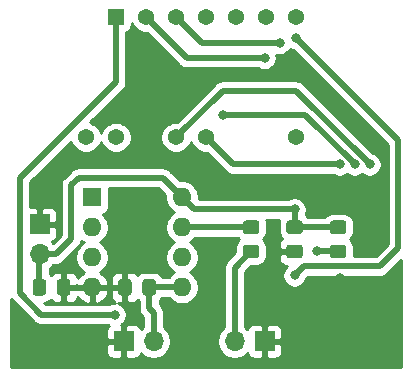
<source format=gbr>
%TF.GenerationSoftware,KiCad,Pcbnew,(5.1.6)-1*%
%TF.CreationDate,2021-07-08T13:54:37-04:00*%
%TF.ProjectId,Turbo-Display-V3-Simple,54757262-6f2d-4446-9973-706c61792d56,rev?*%
%TF.SameCoordinates,Original*%
%TF.FileFunction,Copper,L2,Bot*%
%TF.FilePolarity,Positive*%
%FSLAX46Y46*%
G04 Gerber Fmt 4.6, Leading zero omitted, Abs format (unit mm)*
G04 Created by KiCad (PCBNEW (5.1.6)-1) date 2021-07-08 13:54:37*
%MOMM*%
%LPD*%
G01*
G04 APERTURE LIST*
%TA.AperFunction,ComponentPad*%
%ADD10R,1.365000X1.365000*%
%TD*%
%TA.AperFunction,ComponentPad*%
%ADD11C,1.365000*%
%TD*%
%TA.AperFunction,ComponentPad*%
%ADD12R,1.700000X1.700000*%
%TD*%
%TA.AperFunction,ComponentPad*%
%ADD13O,1.700000X1.700000*%
%TD*%
%TA.AperFunction,ComponentPad*%
%ADD14R,1.600000X1.600000*%
%TD*%
%TA.AperFunction,ComponentPad*%
%ADD15O,1.600000X1.600000*%
%TD*%
%TA.AperFunction,ViaPad*%
%ADD16C,0.800000*%
%TD*%
%TA.AperFunction,Conductor*%
%ADD17C,0.500000*%
%TD*%
%TA.AperFunction,Conductor*%
%ADD18C,0.254000*%
%TD*%
G04 APERTURE END LIST*
%TO.P,C1,1*%
%TO.N,+5V*%
%TA.AperFunction,SMDPad,CuDef*%
G36*
G01*
X122479000Y-101415001D02*
X122479000Y-100514999D01*
G75*
G02*
X122728999Y-100265000I249999J0D01*
G01*
X123379001Y-100265000D01*
G75*
G02*
X123629000Y-100514999I0J-249999D01*
G01*
X123629000Y-101415001D01*
G75*
G02*
X123379001Y-101665000I-249999J0D01*
G01*
X122728999Y-101665000D01*
G75*
G02*
X122479000Y-101415001I0J249999D01*
G01*
G37*
%TD.AperFunction*%
%TO.P,C1,2*%
%TO.N,GND*%
%TA.AperFunction,SMDPad,CuDef*%
G36*
G01*
X124529000Y-101415001D02*
X124529000Y-100514999D01*
G75*
G02*
X124778999Y-100265000I249999J0D01*
G01*
X125429001Y-100265000D01*
G75*
G02*
X125679000Y-100514999I0J-249999D01*
G01*
X125679000Y-101415001D01*
G75*
G02*
X125429001Y-101665000I-249999J0D01*
G01*
X124778999Y-101665000D01*
G75*
G02*
X124529000Y-101415001I0J249999D01*
G01*
G37*
%TD.AperFunction*%
%TD*%
%TO.P,C2,2*%
%TO.N,GND*%
%TA.AperFunction,SMDPad,CuDef*%
G36*
G01*
X144202999Y-97351000D02*
X145103001Y-97351000D01*
G75*
G02*
X145353000Y-97600999I0J-249999D01*
G01*
X145353000Y-98251001D01*
G75*
G02*
X145103001Y-98501000I-249999J0D01*
G01*
X144202999Y-98501000D01*
G75*
G02*
X143953000Y-98251001I0J249999D01*
G01*
X143953000Y-97600999D01*
G75*
G02*
X144202999Y-97351000I249999J0D01*
G01*
G37*
%TD.AperFunction*%
%TO.P,C2,1*%
%TO.N,+5V*%
%TA.AperFunction,SMDPad,CuDef*%
G36*
G01*
X144202999Y-95301000D02*
X145103001Y-95301000D01*
G75*
G02*
X145353000Y-95550999I0J-249999D01*
G01*
X145353000Y-96201001D01*
G75*
G02*
X145103001Y-96451000I-249999J0D01*
G01*
X144202999Y-96451000D01*
G75*
G02*
X143953000Y-96201001I0J249999D01*
G01*
X143953000Y-95550999D01*
G75*
G02*
X144202999Y-95301000I249999J0D01*
G01*
G37*
%TD.AperFunction*%
%TD*%
D10*
%TO.P,DS1,1*%
%TO.N,/DIG1*%
X129540000Y-78105000D03*
D11*
%TO.P,DS1,2*%
%TO.N,/SEGE*%
X132080000Y-78105000D03*
%TO.P,DS1,3*%
%TO.N,/SEGC*%
X134620000Y-78105000D03*
%TO.P,DS1,4*%
%TO.N,/SEGD*%
X137160000Y-78105000D03*
%TO.P,DS1,5*%
%TO.N,/DIG2*%
X139700000Y-78105000D03*
%TO.P,DS1,6*%
%TO.N,/SEGDP*%
X142240000Y-78105000D03*
%TO.P,DS1,7*%
%TO.N,/DIG3*%
X144780000Y-78105000D03*
%TO.P,DS1,8*%
%TO.N,/SEGG*%
X144780000Y-88265000D03*
%TO.P,DS1,11*%
%TO.N,/SEGB*%
X137160000Y-88265000D03*
%TO.P,DS1,12*%
%TO.N,/SEGA*%
X134620000Y-88265000D03*
%TO.P,DS1,14*%
%TO.N,Net-(DS1-Pad14)*%
X129540000Y-88265000D03*
%TO.P,DS1,15*%
%TO.N,/SEGF*%
X127000000Y-88265000D03*
%TD*%
D12*
%TO.P,5V,1*%
%TO.N,GND*%
X123063000Y-95631000D03*
D13*
%TO.P,5V,2*%
%TO.N,+5V*%
X123063000Y-98171000D03*
%TD*%
D12*
%TO.P,IN,1*%
%TO.N,GND*%
X130175000Y-105537000D03*
D13*
%TO.P,IN,2*%
%TO.N,/TLED_IN*%
X132715000Y-105537000D03*
%TD*%
%TO.P,OUT,2*%
%TO.N,Net-(J3-Pad2)*%
X139573000Y-105537000D03*
D12*
%TO.P,OUT,1*%
%TO.N,GND*%
X142113000Y-105537000D03*
%TD*%
%TO.P,R1,1*%
%TO.N,+5V*%
%TA.AperFunction,SMDPad,CuDef*%
G36*
G01*
X147885999Y-95301000D02*
X148786001Y-95301000D01*
G75*
G02*
X149036000Y-95550999I0J-249999D01*
G01*
X149036000Y-96201001D01*
G75*
G02*
X148786001Y-96451000I-249999J0D01*
G01*
X147885999Y-96451000D01*
G75*
G02*
X147636000Y-96201001I0J249999D01*
G01*
X147636000Y-95550999D01*
G75*
G02*
X147885999Y-95301000I249999J0D01*
G01*
G37*
%TD.AperFunction*%
%TO.P,R1,2*%
%TO.N,Net-(IC1-Pad18)*%
%TA.AperFunction,SMDPad,CuDef*%
G36*
G01*
X147885999Y-97351000D02*
X148786001Y-97351000D01*
G75*
G02*
X149036000Y-97600999I0J-249999D01*
G01*
X149036000Y-98251001D01*
G75*
G02*
X148786001Y-98501000I-249999J0D01*
G01*
X147885999Y-98501000D01*
G75*
G02*
X147636000Y-98251001I0J249999D01*
G01*
X147636000Y-97600999D01*
G75*
G02*
X147885999Y-97351000I249999J0D01*
G01*
G37*
%TD.AperFunction*%
%TD*%
%TO.P,R2,2*%
%TO.N,GND*%
%TA.AperFunction,SMDPad,CuDef*%
G36*
G01*
X130868000Y-100514999D02*
X130868000Y-101415001D01*
G75*
G02*
X130618001Y-101665000I-249999J0D01*
G01*
X129967999Y-101665000D01*
G75*
G02*
X129718000Y-101415001I0J249999D01*
G01*
X129718000Y-100514999D01*
G75*
G02*
X129967999Y-100265000I249999J0D01*
G01*
X130618001Y-100265000D01*
G75*
G02*
X130868000Y-100514999I0J-249999D01*
G01*
G37*
%TD.AperFunction*%
%TO.P,R2,1*%
%TO.N,/TLED_IN*%
%TA.AperFunction,SMDPad,CuDef*%
G36*
G01*
X132918000Y-100514999D02*
X132918000Y-101415001D01*
G75*
G02*
X132668001Y-101665000I-249999J0D01*
G01*
X132017999Y-101665000D01*
G75*
G02*
X131768000Y-101415001I0J249999D01*
G01*
X131768000Y-100514999D01*
G75*
G02*
X132017999Y-100265000I249999J0D01*
G01*
X132668001Y-100265000D01*
G75*
G02*
X132918000Y-100514999I0J-249999D01*
G01*
G37*
%TD.AperFunction*%
%TD*%
%TO.P,R3,1*%
%TO.N,Net-(J3-Pad2)*%
%TA.AperFunction,SMDPad,CuDef*%
G36*
G01*
X141420001Y-98501000D02*
X140519999Y-98501000D01*
G75*
G02*
X140270000Y-98251001I0J249999D01*
G01*
X140270000Y-97600999D01*
G75*
G02*
X140519999Y-97351000I249999J0D01*
G01*
X141420001Y-97351000D01*
G75*
G02*
X141670000Y-97600999I0J-249999D01*
G01*
X141670000Y-98251001D01*
G75*
G02*
X141420001Y-98501000I-249999J0D01*
G01*
G37*
%TD.AperFunction*%
%TO.P,R3,2*%
%TO.N,/TLED_OUT*%
%TA.AperFunction,SMDPad,CuDef*%
G36*
G01*
X141420001Y-96451000D02*
X140519999Y-96451000D01*
G75*
G02*
X140270000Y-96201001I0J249999D01*
G01*
X140270000Y-95550999D01*
G75*
G02*
X140519999Y-95301000I249999J0D01*
G01*
X141420001Y-95301000D01*
G75*
G02*
X141670000Y-95550999I0J-249999D01*
G01*
X141670000Y-96201001D01*
G75*
G02*
X141420001Y-96451000I-249999J0D01*
G01*
G37*
%TD.AperFunction*%
%TD*%
D14*
%TO.P,U1,1*%
%TO.N,Net-(U1-Pad1)*%
X127508000Y-93345000D03*
D15*
%TO.P,U1,5*%
%TO.N,/TLED_IN*%
X135128000Y-100965000D03*
%TO.P,U1,2*%
%TO.N,/LOAD*%
X127508000Y-95885000D03*
%TO.P,U1,6*%
%TO.N,/DATA*%
X135128000Y-98425000D03*
%TO.P,U1,3*%
%TO.N,/CLOCK*%
X127508000Y-98425000D03*
%TO.P,U1,7*%
%TO.N,/TLED_OUT*%
X135128000Y-95885000D03*
%TO.P,U1,4*%
%TO.N,GND*%
X127508000Y-100965000D03*
%TO.P,U1,8*%
%TO.N,+5V*%
X135128000Y-93345000D03*
%TD*%
D16*
%TO.N,+5V*%
X144653000Y-94361000D03*
%TO.N,GND*%
X130302000Y-99314000D03*
X125095000Y-99314000D03*
X142113000Y-99949000D03*
X148463000Y-100203000D03*
%TO.N,/DIG1*%
X129413002Y-103289990D03*
%TO.N,/SEGE*%
X142113000Y-81534000D03*
%TO.N,/SEGC*%
X143383006Y-80264000D03*
%TO.N,/DIG3*%
X144780000Y-79883000D03*
X144653000Y-99949000D03*
%TO.N,/SEGB*%
X148463000Y-90551000D03*
%TO.N,/SEGA*%
X151003000Y-90551000D03*
%TO.N,/SEGF*%
X149733000Y-90551000D03*
X138557000Y-86360000D03*
%TO.N,Net-(IC1-Pad18)*%
X146558000Y-97917000D03*
%TD*%
D17*
%TO.N,+5V*%
X123054000Y-98180000D02*
X123063000Y-98171000D01*
X123054000Y-100965000D02*
X123054000Y-98180000D01*
X144653000Y-95876000D02*
X148336000Y-95876000D01*
X144653000Y-95876000D02*
X144653000Y-94361000D01*
X136144000Y-94361000D02*
X135128000Y-93345000D01*
X144653000Y-94361000D02*
X136144000Y-94361000D01*
X124460000Y-98171000D02*
X125730000Y-96901000D01*
X133477000Y-91694000D02*
X135128000Y-93345000D01*
X123063000Y-98171000D02*
X124460000Y-98171000D01*
X125730000Y-96901000D02*
X125730000Y-92329000D01*
X126365000Y-91694000D02*
X133477000Y-91694000D01*
X125730000Y-92329000D02*
X126365000Y-91694000D01*
%TO.N,/DIG1*%
X121412000Y-91694000D02*
X121412000Y-101473000D01*
X121412000Y-101473000D02*
X123228990Y-103289990D01*
X129540000Y-78105000D02*
X129540000Y-83566000D01*
X123228990Y-103289990D02*
X129413002Y-103289990D01*
X129540000Y-83566000D02*
X121412000Y-91694000D01*
%TO.N,/SEGE*%
X135509000Y-81534000D02*
X142113000Y-81534000D01*
X132080000Y-78105000D02*
X135509000Y-81534000D01*
%TO.N,/SEGC*%
X134620000Y-78105000D02*
X136779000Y-80264000D01*
X136779000Y-80264000D02*
X143383006Y-80264000D01*
%TO.N,/DIG3*%
X144653000Y-99949000D02*
X144653000Y-99949000D01*
X151892000Y-99187000D02*
X145415000Y-99187000D01*
X153416000Y-97663000D02*
X151892000Y-99187000D01*
X145415000Y-99187000D02*
X144653000Y-99949000D01*
X144780000Y-79883000D02*
X153416000Y-88519000D01*
X153416000Y-88519000D02*
X153416000Y-97663000D01*
%TO.N,/SEGB*%
X139446000Y-90551000D02*
X137160000Y-88265000D01*
X148463000Y-90551000D02*
X139446000Y-90551000D01*
%TO.N,/SEGA*%
X151003000Y-90551000D02*
X144780000Y-84328000D01*
X138557000Y-84328000D02*
X134620000Y-88265000D01*
X144780000Y-84328000D02*
X138557000Y-84328000D01*
%TO.N,/SEGF*%
X149733000Y-90551000D02*
X145542000Y-86360000D01*
X145542000Y-86360000D02*
X144653000Y-86360000D01*
X144653000Y-86360000D02*
X144653000Y-86360000D01*
X144653000Y-86360000D02*
X138557000Y-86360000D01*
X138557000Y-86360000D02*
X138557000Y-86360000D01*
%TO.N,Net-(IC1-Pad18)*%
X146567000Y-97926000D02*
X146558000Y-97917000D01*
X148336000Y-97926000D02*
X146567000Y-97926000D01*
%TO.N,/TLED_IN*%
X132343000Y-100965000D02*
X132343000Y-102752000D01*
X132715000Y-103124000D02*
X132715000Y-105537000D01*
X132343000Y-102752000D02*
X132715000Y-103124000D01*
X132343000Y-100965000D02*
X135128000Y-100965000D01*
%TO.N,Net-(J3-Pad2)*%
X139573000Y-99323000D02*
X140970000Y-97926000D01*
X139573000Y-105537000D02*
X139573000Y-99323000D01*
%TO.N,/TLED_OUT*%
X135137000Y-95876000D02*
X135128000Y-95885000D01*
X140970000Y-95876000D02*
X135137000Y-95876000D01*
%TD*%
D18*
%TO.N,GND*%
G36*
X133699983Y-93168561D02*
G01*
X133693000Y-93203665D01*
X133693000Y-93486335D01*
X133748147Y-93763574D01*
X133856320Y-94024727D01*
X134013363Y-94259759D01*
X134213241Y-94459637D01*
X134445759Y-94615000D01*
X134213241Y-94770363D01*
X134013363Y-94970241D01*
X133856320Y-95205273D01*
X133748147Y-95466426D01*
X133693000Y-95743665D01*
X133693000Y-96026335D01*
X133748147Y-96303574D01*
X133856320Y-96564727D01*
X134013363Y-96799759D01*
X134213241Y-96999637D01*
X134445759Y-97155000D01*
X134213241Y-97310363D01*
X134013363Y-97510241D01*
X133856320Y-97745273D01*
X133748147Y-98006426D01*
X133693000Y-98283665D01*
X133693000Y-98566335D01*
X133748147Y-98843574D01*
X133856320Y-99104727D01*
X134013363Y-99339759D01*
X134213241Y-99539637D01*
X134445759Y-99695000D01*
X134213241Y-99850363D01*
X134013363Y-100050241D01*
X133993479Y-100080000D01*
X133437614Y-100080000D01*
X133406405Y-100021613D01*
X133295962Y-99887038D01*
X133161387Y-99776595D01*
X133007851Y-99694528D01*
X132841255Y-99643992D01*
X132668001Y-99626928D01*
X132017999Y-99626928D01*
X131844745Y-99643992D01*
X131678149Y-99694528D01*
X131524613Y-99776595D01*
X131390038Y-99887038D01*
X131384658Y-99893594D01*
X131319185Y-99813815D01*
X131222494Y-99734463D01*
X131112180Y-99675498D01*
X130992482Y-99639188D01*
X130868000Y-99626928D01*
X130578750Y-99630000D01*
X130420000Y-99788750D01*
X130420000Y-100838000D01*
X130440000Y-100838000D01*
X130440000Y-101092000D01*
X130420000Y-101092000D01*
X130420000Y-102141250D01*
X130578750Y-102300000D01*
X130868000Y-102303072D01*
X130992482Y-102290812D01*
X131112180Y-102254502D01*
X131222494Y-102195537D01*
X131319185Y-102116185D01*
X131384658Y-102036406D01*
X131390038Y-102042962D01*
X131458001Y-102098738D01*
X131458001Y-102708521D01*
X131453719Y-102752000D01*
X131470805Y-102925490D01*
X131521412Y-103092313D01*
X131603590Y-103246059D01*
X131686468Y-103347046D01*
X131686471Y-103347049D01*
X131714184Y-103380817D01*
X131747952Y-103408530D01*
X131830000Y-103490578D01*
X131830001Y-104342343D01*
X131768368Y-104383525D01*
X131636513Y-104515380D01*
X131614502Y-104442820D01*
X131555537Y-104332506D01*
X131476185Y-104235815D01*
X131379494Y-104156463D01*
X131269180Y-104097498D01*
X131149482Y-104061188D01*
X131025000Y-104048928D01*
X130460750Y-104052000D01*
X130302000Y-104210750D01*
X130302000Y-105410000D01*
X130322000Y-105410000D01*
X130322000Y-105664000D01*
X130302000Y-105664000D01*
X130302000Y-106863250D01*
X130460750Y-107022000D01*
X131025000Y-107025072D01*
X131149482Y-107012812D01*
X131269180Y-106976502D01*
X131379494Y-106917537D01*
X131476185Y-106838185D01*
X131555537Y-106741494D01*
X131614502Y-106631180D01*
X131636513Y-106558620D01*
X131768368Y-106690475D01*
X132011589Y-106852990D01*
X132281842Y-106964932D01*
X132568740Y-107022000D01*
X132861260Y-107022000D01*
X133148158Y-106964932D01*
X133418411Y-106852990D01*
X133661632Y-106690475D01*
X133868475Y-106483632D01*
X134030990Y-106240411D01*
X134142932Y-105970158D01*
X134200000Y-105683260D01*
X134200000Y-105390740D01*
X134142932Y-105103842D01*
X134030990Y-104833589D01*
X133868475Y-104590368D01*
X133661632Y-104383525D01*
X133600000Y-104342344D01*
X133600000Y-103167465D01*
X133604281Y-103123999D01*
X133600000Y-103080533D01*
X133600000Y-103080523D01*
X133587195Y-102950510D01*
X133536589Y-102783687D01*
X133454411Y-102629941D01*
X133343817Y-102495183D01*
X133310045Y-102467467D01*
X133228000Y-102385422D01*
X133228000Y-102098737D01*
X133295962Y-102042962D01*
X133406405Y-101908387D01*
X133437614Y-101850000D01*
X133993479Y-101850000D01*
X134013363Y-101879759D01*
X134213241Y-102079637D01*
X134448273Y-102236680D01*
X134709426Y-102344853D01*
X134986665Y-102400000D01*
X135269335Y-102400000D01*
X135546574Y-102344853D01*
X135807727Y-102236680D01*
X136042759Y-102079637D01*
X136242637Y-101879759D01*
X136399680Y-101644727D01*
X136507853Y-101383574D01*
X136563000Y-101106335D01*
X136563000Y-100823665D01*
X136507853Y-100546426D01*
X136399680Y-100285273D01*
X136242637Y-100050241D01*
X136042759Y-99850363D01*
X135810241Y-99695000D01*
X136042759Y-99539637D01*
X136242637Y-99339759D01*
X136399680Y-99104727D01*
X136507853Y-98843574D01*
X136563000Y-98566335D01*
X136563000Y-98283665D01*
X136507853Y-98006426D01*
X136399680Y-97745273D01*
X136242637Y-97510241D01*
X136042759Y-97310363D01*
X135810241Y-97155000D01*
X136042759Y-96999637D01*
X136242637Y-96799759D01*
X136268535Y-96761000D01*
X139836263Y-96761000D01*
X139892038Y-96828962D01*
X139979816Y-96901000D01*
X139892038Y-96973038D01*
X139781595Y-97107613D01*
X139699528Y-97261149D01*
X139648992Y-97427745D01*
X139631928Y-97600999D01*
X139631928Y-98012494D01*
X138977951Y-98666471D01*
X138944184Y-98694183D01*
X138916471Y-98727951D01*
X138916468Y-98727954D01*
X138833590Y-98828941D01*
X138751412Y-98982687D01*
X138700805Y-99149510D01*
X138683719Y-99323000D01*
X138688001Y-99366479D01*
X138688000Y-104342344D01*
X138626368Y-104383525D01*
X138419525Y-104590368D01*
X138257010Y-104833589D01*
X138145068Y-105103842D01*
X138088000Y-105390740D01*
X138088000Y-105683260D01*
X138145068Y-105970158D01*
X138257010Y-106240411D01*
X138419525Y-106483632D01*
X138626368Y-106690475D01*
X138869589Y-106852990D01*
X139139842Y-106964932D01*
X139426740Y-107022000D01*
X139719260Y-107022000D01*
X140006158Y-106964932D01*
X140276411Y-106852990D01*
X140519632Y-106690475D01*
X140651487Y-106558620D01*
X140673498Y-106631180D01*
X140732463Y-106741494D01*
X140811815Y-106838185D01*
X140908506Y-106917537D01*
X141018820Y-106976502D01*
X141138518Y-107012812D01*
X141263000Y-107025072D01*
X141827250Y-107022000D01*
X141986000Y-106863250D01*
X141986000Y-105664000D01*
X142240000Y-105664000D01*
X142240000Y-106863250D01*
X142398750Y-107022000D01*
X142963000Y-107025072D01*
X143087482Y-107012812D01*
X143207180Y-106976502D01*
X143317494Y-106917537D01*
X143414185Y-106838185D01*
X143493537Y-106741494D01*
X143552502Y-106631180D01*
X143588812Y-106511482D01*
X143601072Y-106387000D01*
X143598000Y-105822750D01*
X143439250Y-105664000D01*
X142240000Y-105664000D01*
X141986000Y-105664000D01*
X141966000Y-105664000D01*
X141966000Y-105410000D01*
X141986000Y-105410000D01*
X141986000Y-104210750D01*
X142240000Y-104210750D01*
X142240000Y-105410000D01*
X143439250Y-105410000D01*
X143598000Y-105251250D01*
X143601072Y-104687000D01*
X143588812Y-104562518D01*
X143552502Y-104442820D01*
X143493537Y-104332506D01*
X143414185Y-104235815D01*
X143317494Y-104156463D01*
X143207180Y-104097498D01*
X143087482Y-104061188D01*
X142963000Y-104048928D01*
X142398750Y-104052000D01*
X142240000Y-104210750D01*
X141986000Y-104210750D01*
X141827250Y-104052000D01*
X141263000Y-104048928D01*
X141138518Y-104061188D01*
X141018820Y-104097498D01*
X140908506Y-104156463D01*
X140811815Y-104235815D01*
X140732463Y-104332506D01*
X140673498Y-104442820D01*
X140651487Y-104515380D01*
X140519632Y-104383525D01*
X140458000Y-104342344D01*
X140458000Y-99689578D01*
X141008507Y-99139072D01*
X141420001Y-99139072D01*
X141593255Y-99122008D01*
X141759851Y-99071472D01*
X141913387Y-98989405D01*
X142047962Y-98878962D01*
X142158405Y-98744387D01*
X142240472Y-98590851D01*
X142291008Y-98424255D01*
X142308072Y-98251001D01*
X142308072Y-97600999D01*
X142291008Y-97427745D01*
X142240472Y-97261149D01*
X142158405Y-97107613D01*
X142047962Y-96973038D01*
X141960184Y-96901000D01*
X142047962Y-96828962D01*
X142158405Y-96694387D01*
X142240472Y-96540851D01*
X142291008Y-96374255D01*
X142308072Y-96201001D01*
X142308072Y-95550999D01*
X142291008Y-95377745D01*
X142251044Y-95246000D01*
X143371956Y-95246000D01*
X143331992Y-95377745D01*
X143314928Y-95550999D01*
X143314928Y-96201001D01*
X143331992Y-96374255D01*
X143382528Y-96540851D01*
X143464595Y-96694387D01*
X143575038Y-96828962D01*
X143581594Y-96834342D01*
X143501815Y-96899815D01*
X143422463Y-96996506D01*
X143363498Y-97106820D01*
X143327188Y-97226518D01*
X143314928Y-97351000D01*
X143318000Y-97640250D01*
X143476750Y-97799000D01*
X144526000Y-97799000D01*
X144526000Y-97779000D01*
X144780000Y-97779000D01*
X144780000Y-97799000D01*
X144800000Y-97799000D01*
X144800000Y-98053000D01*
X144780000Y-98053000D01*
X144780000Y-98073000D01*
X144526000Y-98073000D01*
X144526000Y-98053000D01*
X143476750Y-98053000D01*
X143318000Y-98211750D01*
X143314928Y-98501000D01*
X143327188Y-98625482D01*
X143363498Y-98745180D01*
X143422463Y-98855494D01*
X143501815Y-98952185D01*
X143598506Y-99031537D01*
X143708820Y-99090502D01*
X143828518Y-99126812D01*
X143953000Y-99139072D01*
X144002744Y-99138703D01*
X143993226Y-99145063D01*
X143849063Y-99289226D01*
X143735795Y-99458744D01*
X143657774Y-99647102D01*
X143618000Y-99847061D01*
X143618000Y-100050939D01*
X143657774Y-100250898D01*
X143735795Y-100439256D01*
X143849063Y-100608774D01*
X143993226Y-100752937D01*
X144162744Y-100866205D01*
X144351102Y-100944226D01*
X144551061Y-100984000D01*
X144754939Y-100984000D01*
X144954898Y-100944226D01*
X145143256Y-100866205D01*
X145312774Y-100752937D01*
X145456937Y-100608774D01*
X145570205Y-100439256D01*
X145648226Y-100250898D01*
X145659535Y-100194044D01*
X145781579Y-100072000D01*
X151848531Y-100072000D01*
X151892000Y-100076281D01*
X151935469Y-100072000D01*
X151935477Y-100072000D01*
X152065490Y-100059195D01*
X152232313Y-100008589D01*
X152386059Y-99926411D01*
X152520817Y-99815817D01*
X152548534Y-99782044D01*
X153645000Y-98685578D01*
X153645000Y-107671000D01*
X120675000Y-107671000D01*
X120675000Y-106387000D01*
X128686928Y-106387000D01*
X128699188Y-106511482D01*
X128735498Y-106631180D01*
X128794463Y-106741494D01*
X128873815Y-106838185D01*
X128970506Y-106917537D01*
X129080820Y-106976502D01*
X129200518Y-107012812D01*
X129325000Y-107025072D01*
X129889250Y-107022000D01*
X130048000Y-106863250D01*
X130048000Y-105664000D01*
X128848750Y-105664000D01*
X128690000Y-105822750D01*
X128686928Y-106387000D01*
X120675000Y-106387000D01*
X120675000Y-101969996D01*
X120755468Y-102068046D01*
X120755471Y-102068049D01*
X120783184Y-102101817D01*
X120816951Y-102129529D01*
X122572460Y-103885039D01*
X122600173Y-103918807D01*
X122633941Y-103946520D01*
X122633943Y-103946522D01*
X122715289Y-104013281D01*
X122734931Y-104029401D01*
X122888677Y-104111579D01*
X123055500Y-104162185D01*
X123185513Y-104174990D01*
X123185521Y-104174990D01*
X123228990Y-104179271D01*
X123272459Y-104174990D01*
X128874548Y-104174990D01*
X128914997Y-104202018D01*
X128873815Y-104235815D01*
X128794463Y-104332506D01*
X128735498Y-104442820D01*
X128699188Y-104562518D01*
X128686928Y-104687000D01*
X128690000Y-105251250D01*
X128848750Y-105410000D01*
X130048000Y-105410000D01*
X130048000Y-104210750D01*
X129987894Y-104150644D01*
X130072776Y-104093927D01*
X130216939Y-103949764D01*
X130330207Y-103780246D01*
X130408228Y-103591888D01*
X130448002Y-103391929D01*
X130448002Y-103188051D01*
X130408228Y-102988092D01*
X130330207Y-102799734D01*
X130216939Y-102630216D01*
X130072776Y-102486053D01*
X129903258Y-102372785D01*
X129734533Y-102302896D01*
X130007250Y-102300000D01*
X130166000Y-102141250D01*
X130166000Y-101092000D01*
X129241750Y-101092000D01*
X129083000Y-101250750D01*
X129079928Y-101665000D01*
X129092188Y-101789482D01*
X129128498Y-101909180D01*
X129187463Y-102019494D01*
X129266815Y-102116185D01*
X129363506Y-102195537D01*
X129473820Y-102254502D01*
X129475429Y-102254990D01*
X129311063Y-102254990D01*
X129111104Y-102294764D01*
X128922746Y-102372785D01*
X128874548Y-102404990D01*
X123595569Y-102404990D01*
X123483371Y-102292792D01*
X123552255Y-102286008D01*
X123718851Y-102235472D01*
X123872387Y-102153405D01*
X124006962Y-102042962D01*
X124012342Y-102036406D01*
X124077815Y-102116185D01*
X124174506Y-102195537D01*
X124284820Y-102254502D01*
X124404518Y-102290812D01*
X124529000Y-102303072D01*
X124818250Y-102300000D01*
X124977000Y-102141250D01*
X124977000Y-101092000D01*
X125231000Y-101092000D01*
X125231000Y-102141250D01*
X125389750Y-102300000D01*
X125679000Y-102303072D01*
X125803482Y-102290812D01*
X125923180Y-102254502D01*
X126033494Y-102195537D01*
X126130185Y-102116185D01*
X126209537Y-102019494D01*
X126268502Y-101909180D01*
X126304812Y-101789482D01*
X126309115Y-101745795D01*
X126444481Y-101928414D01*
X126652869Y-102117385D01*
X126894119Y-102262070D01*
X127158960Y-102356909D01*
X127381000Y-102235624D01*
X127381000Y-101092000D01*
X127635000Y-101092000D01*
X127635000Y-102235624D01*
X127857040Y-102356909D01*
X128121881Y-102262070D01*
X128363131Y-102117385D01*
X128571519Y-101928414D01*
X128739037Y-101702420D01*
X128859246Y-101448087D01*
X128899904Y-101314039D01*
X128777915Y-101092000D01*
X127635000Y-101092000D01*
X127381000Y-101092000D01*
X126238085Y-101092000D01*
X126208713Y-101145463D01*
X126155250Y-101092000D01*
X125231000Y-101092000D01*
X124977000Y-101092000D01*
X124957000Y-101092000D01*
X124957000Y-100838000D01*
X124977000Y-100838000D01*
X124977000Y-99788750D01*
X124818250Y-99630000D01*
X124529000Y-99626928D01*
X124404518Y-99639188D01*
X124284820Y-99675498D01*
X124174506Y-99734463D01*
X124077815Y-99813815D01*
X124012342Y-99893594D01*
X124006962Y-99887038D01*
X123939000Y-99831263D01*
X123939000Y-99371670D01*
X124009632Y-99324475D01*
X124216475Y-99117632D01*
X124257656Y-99056000D01*
X124416531Y-99056000D01*
X124460000Y-99060281D01*
X124503469Y-99056000D01*
X124503477Y-99056000D01*
X124633490Y-99043195D01*
X124800313Y-98992589D01*
X124954059Y-98910411D01*
X125088817Y-98799817D01*
X125116534Y-98766044D01*
X126325050Y-97557529D01*
X126358817Y-97529817D01*
X126439143Y-97431941D01*
X126469410Y-97395060D01*
X126469411Y-97395059D01*
X126551589Y-97241313D01*
X126602195Y-97074490D01*
X126608559Y-97009872D01*
X126825759Y-97155000D01*
X126593241Y-97310363D01*
X126393363Y-97510241D01*
X126236320Y-97745273D01*
X126128147Y-98006426D01*
X126073000Y-98283665D01*
X126073000Y-98566335D01*
X126128147Y-98843574D01*
X126236320Y-99104727D01*
X126393363Y-99339759D01*
X126593241Y-99539637D01*
X126828273Y-99696680D01*
X126838865Y-99701067D01*
X126652869Y-99812615D01*
X126444481Y-100001586D01*
X126309115Y-100184205D01*
X126304812Y-100140518D01*
X126268502Y-100020820D01*
X126209537Y-99910506D01*
X126130185Y-99813815D01*
X126033494Y-99734463D01*
X125923180Y-99675498D01*
X125803482Y-99639188D01*
X125679000Y-99626928D01*
X125389750Y-99630000D01*
X125231000Y-99788750D01*
X125231000Y-100838000D01*
X126155250Y-100838000D01*
X126208713Y-100784537D01*
X126238085Y-100838000D01*
X127381000Y-100838000D01*
X127381000Y-100818000D01*
X127635000Y-100818000D01*
X127635000Y-100838000D01*
X128777915Y-100838000D01*
X128899904Y-100615961D01*
X128859246Y-100481913D01*
X128756724Y-100265000D01*
X129079928Y-100265000D01*
X129083000Y-100679250D01*
X129241750Y-100838000D01*
X130166000Y-100838000D01*
X130166000Y-99788750D01*
X130007250Y-99630000D01*
X129718000Y-99626928D01*
X129593518Y-99639188D01*
X129473820Y-99675498D01*
X129363506Y-99734463D01*
X129266815Y-99813815D01*
X129187463Y-99910506D01*
X129128498Y-100020820D01*
X129092188Y-100140518D01*
X129079928Y-100265000D01*
X128756724Y-100265000D01*
X128739037Y-100227580D01*
X128571519Y-100001586D01*
X128363131Y-99812615D01*
X128177135Y-99701067D01*
X128187727Y-99696680D01*
X128422759Y-99539637D01*
X128622637Y-99339759D01*
X128779680Y-99104727D01*
X128887853Y-98843574D01*
X128943000Y-98566335D01*
X128943000Y-98283665D01*
X128887853Y-98006426D01*
X128779680Y-97745273D01*
X128622637Y-97510241D01*
X128422759Y-97310363D01*
X128190241Y-97155000D01*
X128422759Y-96999637D01*
X128622637Y-96799759D01*
X128779680Y-96564727D01*
X128887853Y-96303574D01*
X128943000Y-96026335D01*
X128943000Y-95743665D01*
X128887853Y-95466426D01*
X128779680Y-95205273D01*
X128622637Y-94970241D01*
X128424039Y-94771643D01*
X128432482Y-94770812D01*
X128552180Y-94734502D01*
X128662494Y-94675537D01*
X128759185Y-94596185D01*
X128838537Y-94499494D01*
X128897502Y-94389180D01*
X128933812Y-94269482D01*
X128946072Y-94145000D01*
X128946072Y-92579000D01*
X133110422Y-92579000D01*
X133699983Y-93168561D01*
G37*
X133699983Y-93168561D02*
X133693000Y-93203665D01*
X133693000Y-93486335D01*
X133748147Y-93763574D01*
X133856320Y-94024727D01*
X134013363Y-94259759D01*
X134213241Y-94459637D01*
X134445759Y-94615000D01*
X134213241Y-94770363D01*
X134013363Y-94970241D01*
X133856320Y-95205273D01*
X133748147Y-95466426D01*
X133693000Y-95743665D01*
X133693000Y-96026335D01*
X133748147Y-96303574D01*
X133856320Y-96564727D01*
X134013363Y-96799759D01*
X134213241Y-96999637D01*
X134445759Y-97155000D01*
X134213241Y-97310363D01*
X134013363Y-97510241D01*
X133856320Y-97745273D01*
X133748147Y-98006426D01*
X133693000Y-98283665D01*
X133693000Y-98566335D01*
X133748147Y-98843574D01*
X133856320Y-99104727D01*
X134013363Y-99339759D01*
X134213241Y-99539637D01*
X134445759Y-99695000D01*
X134213241Y-99850363D01*
X134013363Y-100050241D01*
X133993479Y-100080000D01*
X133437614Y-100080000D01*
X133406405Y-100021613D01*
X133295962Y-99887038D01*
X133161387Y-99776595D01*
X133007851Y-99694528D01*
X132841255Y-99643992D01*
X132668001Y-99626928D01*
X132017999Y-99626928D01*
X131844745Y-99643992D01*
X131678149Y-99694528D01*
X131524613Y-99776595D01*
X131390038Y-99887038D01*
X131384658Y-99893594D01*
X131319185Y-99813815D01*
X131222494Y-99734463D01*
X131112180Y-99675498D01*
X130992482Y-99639188D01*
X130868000Y-99626928D01*
X130578750Y-99630000D01*
X130420000Y-99788750D01*
X130420000Y-100838000D01*
X130440000Y-100838000D01*
X130440000Y-101092000D01*
X130420000Y-101092000D01*
X130420000Y-102141250D01*
X130578750Y-102300000D01*
X130868000Y-102303072D01*
X130992482Y-102290812D01*
X131112180Y-102254502D01*
X131222494Y-102195537D01*
X131319185Y-102116185D01*
X131384658Y-102036406D01*
X131390038Y-102042962D01*
X131458001Y-102098738D01*
X131458001Y-102708521D01*
X131453719Y-102752000D01*
X131470805Y-102925490D01*
X131521412Y-103092313D01*
X131603590Y-103246059D01*
X131686468Y-103347046D01*
X131686471Y-103347049D01*
X131714184Y-103380817D01*
X131747952Y-103408530D01*
X131830000Y-103490578D01*
X131830001Y-104342343D01*
X131768368Y-104383525D01*
X131636513Y-104515380D01*
X131614502Y-104442820D01*
X131555537Y-104332506D01*
X131476185Y-104235815D01*
X131379494Y-104156463D01*
X131269180Y-104097498D01*
X131149482Y-104061188D01*
X131025000Y-104048928D01*
X130460750Y-104052000D01*
X130302000Y-104210750D01*
X130302000Y-105410000D01*
X130322000Y-105410000D01*
X130322000Y-105664000D01*
X130302000Y-105664000D01*
X130302000Y-106863250D01*
X130460750Y-107022000D01*
X131025000Y-107025072D01*
X131149482Y-107012812D01*
X131269180Y-106976502D01*
X131379494Y-106917537D01*
X131476185Y-106838185D01*
X131555537Y-106741494D01*
X131614502Y-106631180D01*
X131636513Y-106558620D01*
X131768368Y-106690475D01*
X132011589Y-106852990D01*
X132281842Y-106964932D01*
X132568740Y-107022000D01*
X132861260Y-107022000D01*
X133148158Y-106964932D01*
X133418411Y-106852990D01*
X133661632Y-106690475D01*
X133868475Y-106483632D01*
X134030990Y-106240411D01*
X134142932Y-105970158D01*
X134200000Y-105683260D01*
X134200000Y-105390740D01*
X134142932Y-105103842D01*
X134030990Y-104833589D01*
X133868475Y-104590368D01*
X133661632Y-104383525D01*
X133600000Y-104342344D01*
X133600000Y-103167465D01*
X133604281Y-103123999D01*
X133600000Y-103080533D01*
X133600000Y-103080523D01*
X133587195Y-102950510D01*
X133536589Y-102783687D01*
X133454411Y-102629941D01*
X133343817Y-102495183D01*
X133310045Y-102467467D01*
X133228000Y-102385422D01*
X133228000Y-102098737D01*
X133295962Y-102042962D01*
X133406405Y-101908387D01*
X133437614Y-101850000D01*
X133993479Y-101850000D01*
X134013363Y-101879759D01*
X134213241Y-102079637D01*
X134448273Y-102236680D01*
X134709426Y-102344853D01*
X134986665Y-102400000D01*
X135269335Y-102400000D01*
X135546574Y-102344853D01*
X135807727Y-102236680D01*
X136042759Y-102079637D01*
X136242637Y-101879759D01*
X136399680Y-101644727D01*
X136507853Y-101383574D01*
X136563000Y-101106335D01*
X136563000Y-100823665D01*
X136507853Y-100546426D01*
X136399680Y-100285273D01*
X136242637Y-100050241D01*
X136042759Y-99850363D01*
X135810241Y-99695000D01*
X136042759Y-99539637D01*
X136242637Y-99339759D01*
X136399680Y-99104727D01*
X136507853Y-98843574D01*
X136563000Y-98566335D01*
X136563000Y-98283665D01*
X136507853Y-98006426D01*
X136399680Y-97745273D01*
X136242637Y-97510241D01*
X136042759Y-97310363D01*
X135810241Y-97155000D01*
X136042759Y-96999637D01*
X136242637Y-96799759D01*
X136268535Y-96761000D01*
X139836263Y-96761000D01*
X139892038Y-96828962D01*
X139979816Y-96901000D01*
X139892038Y-96973038D01*
X139781595Y-97107613D01*
X139699528Y-97261149D01*
X139648992Y-97427745D01*
X139631928Y-97600999D01*
X139631928Y-98012494D01*
X138977951Y-98666471D01*
X138944184Y-98694183D01*
X138916471Y-98727951D01*
X138916468Y-98727954D01*
X138833590Y-98828941D01*
X138751412Y-98982687D01*
X138700805Y-99149510D01*
X138683719Y-99323000D01*
X138688001Y-99366479D01*
X138688000Y-104342344D01*
X138626368Y-104383525D01*
X138419525Y-104590368D01*
X138257010Y-104833589D01*
X138145068Y-105103842D01*
X138088000Y-105390740D01*
X138088000Y-105683260D01*
X138145068Y-105970158D01*
X138257010Y-106240411D01*
X138419525Y-106483632D01*
X138626368Y-106690475D01*
X138869589Y-106852990D01*
X139139842Y-106964932D01*
X139426740Y-107022000D01*
X139719260Y-107022000D01*
X140006158Y-106964932D01*
X140276411Y-106852990D01*
X140519632Y-106690475D01*
X140651487Y-106558620D01*
X140673498Y-106631180D01*
X140732463Y-106741494D01*
X140811815Y-106838185D01*
X140908506Y-106917537D01*
X141018820Y-106976502D01*
X141138518Y-107012812D01*
X141263000Y-107025072D01*
X141827250Y-107022000D01*
X141986000Y-106863250D01*
X141986000Y-105664000D01*
X142240000Y-105664000D01*
X142240000Y-106863250D01*
X142398750Y-107022000D01*
X142963000Y-107025072D01*
X143087482Y-107012812D01*
X143207180Y-106976502D01*
X143317494Y-106917537D01*
X143414185Y-106838185D01*
X143493537Y-106741494D01*
X143552502Y-106631180D01*
X143588812Y-106511482D01*
X143601072Y-106387000D01*
X143598000Y-105822750D01*
X143439250Y-105664000D01*
X142240000Y-105664000D01*
X141986000Y-105664000D01*
X141966000Y-105664000D01*
X141966000Y-105410000D01*
X141986000Y-105410000D01*
X141986000Y-104210750D01*
X142240000Y-104210750D01*
X142240000Y-105410000D01*
X143439250Y-105410000D01*
X143598000Y-105251250D01*
X143601072Y-104687000D01*
X143588812Y-104562518D01*
X143552502Y-104442820D01*
X143493537Y-104332506D01*
X143414185Y-104235815D01*
X143317494Y-104156463D01*
X143207180Y-104097498D01*
X143087482Y-104061188D01*
X142963000Y-104048928D01*
X142398750Y-104052000D01*
X142240000Y-104210750D01*
X141986000Y-104210750D01*
X141827250Y-104052000D01*
X141263000Y-104048928D01*
X141138518Y-104061188D01*
X141018820Y-104097498D01*
X140908506Y-104156463D01*
X140811815Y-104235815D01*
X140732463Y-104332506D01*
X140673498Y-104442820D01*
X140651487Y-104515380D01*
X140519632Y-104383525D01*
X140458000Y-104342344D01*
X140458000Y-99689578D01*
X141008507Y-99139072D01*
X141420001Y-99139072D01*
X141593255Y-99122008D01*
X141759851Y-99071472D01*
X141913387Y-98989405D01*
X142047962Y-98878962D01*
X142158405Y-98744387D01*
X142240472Y-98590851D01*
X142291008Y-98424255D01*
X142308072Y-98251001D01*
X142308072Y-97600999D01*
X142291008Y-97427745D01*
X142240472Y-97261149D01*
X142158405Y-97107613D01*
X142047962Y-96973038D01*
X141960184Y-96901000D01*
X142047962Y-96828962D01*
X142158405Y-96694387D01*
X142240472Y-96540851D01*
X142291008Y-96374255D01*
X142308072Y-96201001D01*
X142308072Y-95550999D01*
X142291008Y-95377745D01*
X142251044Y-95246000D01*
X143371956Y-95246000D01*
X143331992Y-95377745D01*
X143314928Y-95550999D01*
X143314928Y-96201001D01*
X143331992Y-96374255D01*
X143382528Y-96540851D01*
X143464595Y-96694387D01*
X143575038Y-96828962D01*
X143581594Y-96834342D01*
X143501815Y-96899815D01*
X143422463Y-96996506D01*
X143363498Y-97106820D01*
X143327188Y-97226518D01*
X143314928Y-97351000D01*
X143318000Y-97640250D01*
X143476750Y-97799000D01*
X144526000Y-97799000D01*
X144526000Y-97779000D01*
X144780000Y-97779000D01*
X144780000Y-97799000D01*
X144800000Y-97799000D01*
X144800000Y-98053000D01*
X144780000Y-98053000D01*
X144780000Y-98073000D01*
X144526000Y-98073000D01*
X144526000Y-98053000D01*
X143476750Y-98053000D01*
X143318000Y-98211750D01*
X143314928Y-98501000D01*
X143327188Y-98625482D01*
X143363498Y-98745180D01*
X143422463Y-98855494D01*
X143501815Y-98952185D01*
X143598506Y-99031537D01*
X143708820Y-99090502D01*
X143828518Y-99126812D01*
X143953000Y-99139072D01*
X144002744Y-99138703D01*
X143993226Y-99145063D01*
X143849063Y-99289226D01*
X143735795Y-99458744D01*
X143657774Y-99647102D01*
X143618000Y-99847061D01*
X143618000Y-100050939D01*
X143657774Y-100250898D01*
X143735795Y-100439256D01*
X143849063Y-100608774D01*
X143993226Y-100752937D01*
X144162744Y-100866205D01*
X144351102Y-100944226D01*
X144551061Y-100984000D01*
X144754939Y-100984000D01*
X144954898Y-100944226D01*
X145143256Y-100866205D01*
X145312774Y-100752937D01*
X145456937Y-100608774D01*
X145570205Y-100439256D01*
X145648226Y-100250898D01*
X145659535Y-100194044D01*
X145781579Y-100072000D01*
X151848531Y-100072000D01*
X151892000Y-100076281D01*
X151935469Y-100072000D01*
X151935477Y-100072000D01*
X152065490Y-100059195D01*
X152232313Y-100008589D01*
X152386059Y-99926411D01*
X152520817Y-99815817D01*
X152548534Y-99782044D01*
X153645000Y-98685578D01*
X153645000Y-107671000D01*
X120675000Y-107671000D01*
X120675000Y-106387000D01*
X128686928Y-106387000D01*
X128699188Y-106511482D01*
X128735498Y-106631180D01*
X128794463Y-106741494D01*
X128873815Y-106838185D01*
X128970506Y-106917537D01*
X129080820Y-106976502D01*
X129200518Y-107012812D01*
X129325000Y-107025072D01*
X129889250Y-107022000D01*
X130048000Y-106863250D01*
X130048000Y-105664000D01*
X128848750Y-105664000D01*
X128690000Y-105822750D01*
X128686928Y-106387000D01*
X120675000Y-106387000D01*
X120675000Y-101969996D01*
X120755468Y-102068046D01*
X120755471Y-102068049D01*
X120783184Y-102101817D01*
X120816951Y-102129529D01*
X122572460Y-103885039D01*
X122600173Y-103918807D01*
X122633941Y-103946520D01*
X122633943Y-103946522D01*
X122715289Y-104013281D01*
X122734931Y-104029401D01*
X122888677Y-104111579D01*
X123055500Y-104162185D01*
X123185513Y-104174990D01*
X123185521Y-104174990D01*
X123228990Y-104179271D01*
X123272459Y-104174990D01*
X128874548Y-104174990D01*
X128914997Y-104202018D01*
X128873815Y-104235815D01*
X128794463Y-104332506D01*
X128735498Y-104442820D01*
X128699188Y-104562518D01*
X128686928Y-104687000D01*
X128690000Y-105251250D01*
X128848750Y-105410000D01*
X130048000Y-105410000D01*
X130048000Y-104210750D01*
X129987894Y-104150644D01*
X130072776Y-104093927D01*
X130216939Y-103949764D01*
X130330207Y-103780246D01*
X130408228Y-103591888D01*
X130448002Y-103391929D01*
X130448002Y-103188051D01*
X130408228Y-102988092D01*
X130330207Y-102799734D01*
X130216939Y-102630216D01*
X130072776Y-102486053D01*
X129903258Y-102372785D01*
X129734533Y-102302896D01*
X130007250Y-102300000D01*
X130166000Y-102141250D01*
X130166000Y-101092000D01*
X129241750Y-101092000D01*
X129083000Y-101250750D01*
X129079928Y-101665000D01*
X129092188Y-101789482D01*
X129128498Y-101909180D01*
X129187463Y-102019494D01*
X129266815Y-102116185D01*
X129363506Y-102195537D01*
X129473820Y-102254502D01*
X129475429Y-102254990D01*
X129311063Y-102254990D01*
X129111104Y-102294764D01*
X128922746Y-102372785D01*
X128874548Y-102404990D01*
X123595569Y-102404990D01*
X123483371Y-102292792D01*
X123552255Y-102286008D01*
X123718851Y-102235472D01*
X123872387Y-102153405D01*
X124006962Y-102042962D01*
X124012342Y-102036406D01*
X124077815Y-102116185D01*
X124174506Y-102195537D01*
X124284820Y-102254502D01*
X124404518Y-102290812D01*
X124529000Y-102303072D01*
X124818250Y-102300000D01*
X124977000Y-102141250D01*
X124977000Y-101092000D01*
X125231000Y-101092000D01*
X125231000Y-102141250D01*
X125389750Y-102300000D01*
X125679000Y-102303072D01*
X125803482Y-102290812D01*
X125923180Y-102254502D01*
X126033494Y-102195537D01*
X126130185Y-102116185D01*
X126209537Y-102019494D01*
X126268502Y-101909180D01*
X126304812Y-101789482D01*
X126309115Y-101745795D01*
X126444481Y-101928414D01*
X126652869Y-102117385D01*
X126894119Y-102262070D01*
X127158960Y-102356909D01*
X127381000Y-102235624D01*
X127381000Y-101092000D01*
X127635000Y-101092000D01*
X127635000Y-102235624D01*
X127857040Y-102356909D01*
X128121881Y-102262070D01*
X128363131Y-102117385D01*
X128571519Y-101928414D01*
X128739037Y-101702420D01*
X128859246Y-101448087D01*
X128899904Y-101314039D01*
X128777915Y-101092000D01*
X127635000Y-101092000D01*
X127381000Y-101092000D01*
X126238085Y-101092000D01*
X126208713Y-101145463D01*
X126155250Y-101092000D01*
X125231000Y-101092000D01*
X124977000Y-101092000D01*
X124957000Y-101092000D01*
X124957000Y-100838000D01*
X124977000Y-100838000D01*
X124977000Y-99788750D01*
X124818250Y-99630000D01*
X124529000Y-99626928D01*
X124404518Y-99639188D01*
X124284820Y-99675498D01*
X124174506Y-99734463D01*
X124077815Y-99813815D01*
X124012342Y-99893594D01*
X124006962Y-99887038D01*
X123939000Y-99831263D01*
X123939000Y-99371670D01*
X124009632Y-99324475D01*
X124216475Y-99117632D01*
X124257656Y-99056000D01*
X124416531Y-99056000D01*
X124460000Y-99060281D01*
X124503469Y-99056000D01*
X124503477Y-99056000D01*
X124633490Y-99043195D01*
X124800313Y-98992589D01*
X124954059Y-98910411D01*
X125088817Y-98799817D01*
X125116534Y-98766044D01*
X126325050Y-97557529D01*
X126358817Y-97529817D01*
X126439143Y-97431941D01*
X126469410Y-97395060D01*
X126469411Y-97395059D01*
X126551589Y-97241313D01*
X126602195Y-97074490D01*
X126608559Y-97009872D01*
X126825759Y-97155000D01*
X126593241Y-97310363D01*
X126393363Y-97510241D01*
X126236320Y-97745273D01*
X126128147Y-98006426D01*
X126073000Y-98283665D01*
X126073000Y-98566335D01*
X126128147Y-98843574D01*
X126236320Y-99104727D01*
X126393363Y-99339759D01*
X126593241Y-99539637D01*
X126828273Y-99696680D01*
X126838865Y-99701067D01*
X126652869Y-99812615D01*
X126444481Y-100001586D01*
X126309115Y-100184205D01*
X126304812Y-100140518D01*
X126268502Y-100020820D01*
X126209537Y-99910506D01*
X126130185Y-99813815D01*
X126033494Y-99734463D01*
X125923180Y-99675498D01*
X125803482Y-99639188D01*
X125679000Y-99626928D01*
X125389750Y-99630000D01*
X125231000Y-99788750D01*
X125231000Y-100838000D01*
X126155250Y-100838000D01*
X126208713Y-100784537D01*
X126238085Y-100838000D01*
X127381000Y-100838000D01*
X127381000Y-100818000D01*
X127635000Y-100818000D01*
X127635000Y-100838000D01*
X128777915Y-100838000D01*
X128899904Y-100615961D01*
X128859246Y-100481913D01*
X128756724Y-100265000D01*
X129079928Y-100265000D01*
X129083000Y-100679250D01*
X129241750Y-100838000D01*
X130166000Y-100838000D01*
X130166000Y-99788750D01*
X130007250Y-99630000D01*
X129718000Y-99626928D01*
X129593518Y-99639188D01*
X129473820Y-99675498D01*
X129363506Y-99734463D01*
X129266815Y-99813815D01*
X129187463Y-99910506D01*
X129128498Y-100020820D01*
X129092188Y-100140518D01*
X129079928Y-100265000D01*
X128756724Y-100265000D01*
X128739037Y-100227580D01*
X128571519Y-100001586D01*
X128363131Y-99812615D01*
X128177135Y-99701067D01*
X128187727Y-99696680D01*
X128422759Y-99539637D01*
X128622637Y-99339759D01*
X128779680Y-99104727D01*
X128887853Y-98843574D01*
X128943000Y-98566335D01*
X128943000Y-98283665D01*
X128887853Y-98006426D01*
X128779680Y-97745273D01*
X128622637Y-97510241D01*
X128422759Y-97310363D01*
X128190241Y-97155000D01*
X128422759Y-96999637D01*
X128622637Y-96799759D01*
X128779680Y-96564727D01*
X128887853Y-96303574D01*
X128943000Y-96026335D01*
X128943000Y-95743665D01*
X128887853Y-95466426D01*
X128779680Y-95205273D01*
X128622637Y-94970241D01*
X128424039Y-94771643D01*
X128432482Y-94770812D01*
X128552180Y-94734502D01*
X128662494Y-94675537D01*
X128759185Y-94596185D01*
X128838537Y-94499494D01*
X128897502Y-94389180D01*
X128933812Y-94269482D01*
X128946072Y-94145000D01*
X128946072Y-92579000D01*
X133110422Y-92579000D01*
X133699983Y-93168561D01*
G36*
X130912446Y-78729070D02*
G01*
X131056631Y-78944857D01*
X131240143Y-79128369D01*
X131455930Y-79272554D01*
X131695699Y-79371869D01*
X131950238Y-79422500D01*
X132145922Y-79422500D01*
X134852470Y-82129049D01*
X134880183Y-82162817D01*
X134913951Y-82190530D01*
X134913953Y-82190532D01*
X134974840Y-82240501D01*
X135014941Y-82273411D01*
X135168687Y-82355589D01*
X135335510Y-82406195D01*
X135465523Y-82419000D01*
X135465533Y-82419000D01*
X135508999Y-82423281D01*
X135552465Y-82419000D01*
X141574546Y-82419000D01*
X141622744Y-82451205D01*
X141811102Y-82529226D01*
X142011061Y-82569000D01*
X142214939Y-82569000D01*
X142414898Y-82529226D01*
X142603256Y-82451205D01*
X142772774Y-82337937D01*
X142916937Y-82193774D01*
X143030205Y-82024256D01*
X143108226Y-81835898D01*
X143148000Y-81635939D01*
X143148000Y-81432061D01*
X143114961Y-81265960D01*
X143281067Y-81299000D01*
X143484945Y-81299000D01*
X143684904Y-81259226D01*
X143873262Y-81181205D01*
X144042780Y-81067937D01*
X144186943Y-80923774D01*
X144275755Y-80790858D01*
X144289744Y-80800205D01*
X144478102Y-80878226D01*
X144534957Y-80889535D01*
X152531000Y-88885579D01*
X152531001Y-97296420D01*
X151525422Y-98302000D01*
X149669049Y-98302000D01*
X149674072Y-98251001D01*
X149674072Y-97600999D01*
X149657008Y-97427745D01*
X149606472Y-97261149D01*
X149524405Y-97107613D01*
X149413962Y-96973038D01*
X149326184Y-96901000D01*
X149413962Y-96828962D01*
X149524405Y-96694387D01*
X149606472Y-96540851D01*
X149657008Y-96374255D01*
X149674072Y-96201001D01*
X149674072Y-95550999D01*
X149657008Y-95377745D01*
X149606472Y-95211149D01*
X149524405Y-95057613D01*
X149413962Y-94923038D01*
X149279387Y-94812595D01*
X149125851Y-94730528D01*
X148959255Y-94679992D01*
X148786001Y-94662928D01*
X147885999Y-94662928D01*
X147712745Y-94679992D01*
X147546149Y-94730528D01*
X147392613Y-94812595D01*
X147258038Y-94923038D01*
X147202263Y-94991000D01*
X145786737Y-94991000D01*
X145730962Y-94923038D01*
X145596387Y-94812595D01*
X145588062Y-94808145D01*
X145648226Y-94662898D01*
X145688000Y-94462939D01*
X145688000Y-94259061D01*
X145648226Y-94059102D01*
X145570205Y-93870744D01*
X145456937Y-93701226D01*
X145312774Y-93557063D01*
X145143256Y-93443795D01*
X144954898Y-93365774D01*
X144754939Y-93326000D01*
X144551061Y-93326000D01*
X144351102Y-93365774D01*
X144162744Y-93443795D01*
X144114546Y-93476000D01*
X136563000Y-93476000D01*
X136563000Y-93203665D01*
X136507853Y-92926426D01*
X136399680Y-92665273D01*
X136242637Y-92430241D01*
X136042759Y-92230363D01*
X135807727Y-92073320D01*
X135546574Y-91965147D01*
X135269335Y-91910000D01*
X134986665Y-91910000D01*
X134951561Y-91916983D01*
X134133532Y-91098954D01*
X134105817Y-91065183D01*
X133971059Y-90954589D01*
X133817313Y-90872411D01*
X133650490Y-90821805D01*
X133520477Y-90809000D01*
X133520469Y-90809000D01*
X133477000Y-90804719D01*
X133433531Y-90809000D01*
X126408469Y-90809000D01*
X126365000Y-90804719D01*
X126321531Y-90809000D01*
X126321523Y-90809000D01*
X126191510Y-90821805D01*
X126024686Y-90872411D01*
X125870941Y-90954589D01*
X125769953Y-91037468D01*
X125769951Y-91037470D01*
X125736183Y-91065183D01*
X125708470Y-91098951D01*
X125134951Y-91672471D01*
X125101184Y-91700183D01*
X125073471Y-91733951D01*
X125073468Y-91733954D01*
X124990590Y-91834941D01*
X124908412Y-91988687D01*
X124857805Y-92155510D01*
X124840719Y-92329000D01*
X124845001Y-92372479D01*
X124845000Y-96534421D01*
X124185764Y-97193657D01*
X124084620Y-97092513D01*
X124157180Y-97070502D01*
X124267494Y-97011537D01*
X124364185Y-96932185D01*
X124443537Y-96835494D01*
X124502502Y-96725180D01*
X124538812Y-96605482D01*
X124551072Y-96481000D01*
X124548000Y-95916750D01*
X124389250Y-95758000D01*
X123190000Y-95758000D01*
X123190000Y-95778000D01*
X122936000Y-95778000D01*
X122936000Y-95758000D01*
X122916000Y-95758000D01*
X122916000Y-95504000D01*
X122936000Y-95504000D01*
X122936000Y-94304750D01*
X123190000Y-94304750D01*
X123190000Y-95504000D01*
X124389250Y-95504000D01*
X124548000Y-95345250D01*
X124551072Y-94781000D01*
X124538812Y-94656518D01*
X124502502Y-94536820D01*
X124443537Y-94426506D01*
X124364185Y-94329815D01*
X124267494Y-94250463D01*
X124157180Y-94191498D01*
X124037482Y-94155188D01*
X123913000Y-94142928D01*
X123348750Y-94146000D01*
X123190000Y-94304750D01*
X122936000Y-94304750D01*
X122777250Y-94146000D01*
X122297000Y-94143385D01*
X122297000Y-92060578D01*
X125729008Y-88628571D01*
X125733131Y-88649301D01*
X125832446Y-88889070D01*
X125976631Y-89104857D01*
X126160143Y-89288369D01*
X126375930Y-89432554D01*
X126615699Y-89531869D01*
X126870238Y-89582500D01*
X127129762Y-89582500D01*
X127384301Y-89531869D01*
X127624070Y-89432554D01*
X127839857Y-89288369D01*
X128023369Y-89104857D01*
X128167554Y-88889070D01*
X128266869Y-88649301D01*
X128270000Y-88633560D01*
X128273131Y-88649301D01*
X128372446Y-88889070D01*
X128516631Y-89104857D01*
X128700143Y-89288369D01*
X128915930Y-89432554D01*
X129155699Y-89531869D01*
X129410238Y-89582500D01*
X129669762Y-89582500D01*
X129924301Y-89531869D01*
X130164070Y-89432554D01*
X130379857Y-89288369D01*
X130563369Y-89104857D01*
X130707554Y-88889070D01*
X130806869Y-88649301D01*
X130857500Y-88394762D01*
X130857500Y-88135238D01*
X133302500Y-88135238D01*
X133302500Y-88394762D01*
X133353131Y-88649301D01*
X133452446Y-88889070D01*
X133596631Y-89104857D01*
X133780143Y-89288369D01*
X133995930Y-89432554D01*
X134235699Y-89531869D01*
X134490238Y-89582500D01*
X134749762Y-89582500D01*
X135004301Y-89531869D01*
X135244070Y-89432554D01*
X135459857Y-89288369D01*
X135643369Y-89104857D01*
X135787554Y-88889070D01*
X135886869Y-88649301D01*
X135890000Y-88633560D01*
X135893131Y-88649301D01*
X135992446Y-88889070D01*
X136136631Y-89104857D01*
X136320143Y-89288369D01*
X136535930Y-89432554D01*
X136775699Y-89531869D01*
X137030238Y-89582500D01*
X137225922Y-89582500D01*
X138789470Y-91146049D01*
X138817183Y-91179817D01*
X138850951Y-91207530D01*
X138850953Y-91207532D01*
X138922452Y-91266210D01*
X138951941Y-91290411D01*
X139105687Y-91372589D01*
X139272510Y-91423195D01*
X139402523Y-91436000D01*
X139402533Y-91436000D01*
X139445999Y-91440281D01*
X139489465Y-91436000D01*
X147924546Y-91436000D01*
X147972744Y-91468205D01*
X148161102Y-91546226D01*
X148361061Y-91586000D01*
X148564939Y-91586000D01*
X148764898Y-91546226D01*
X148953256Y-91468205D01*
X149098000Y-91371490D01*
X149242744Y-91468205D01*
X149431102Y-91546226D01*
X149631061Y-91586000D01*
X149834939Y-91586000D01*
X150034898Y-91546226D01*
X150223256Y-91468205D01*
X150368000Y-91371490D01*
X150512744Y-91468205D01*
X150701102Y-91546226D01*
X150901061Y-91586000D01*
X151104939Y-91586000D01*
X151304898Y-91546226D01*
X151493256Y-91468205D01*
X151662774Y-91354937D01*
X151806937Y-91210774D01*
X151920205Y-91041256D01*
X151998226Y-90852898D01*
X152038000Y-90652939D01*
X152038000Y-90449061D01*
X151998226Y-90249102D01*
X151920205Y-90060744D01*
X151806937Y-89891226D01*
X151662774Y-89747063D01*
X151493256Y-89633795D01*
X151304898Y-89555774D01*
X151248044Y-89544465D01*
X145436534Y-83732956D01*
X145408817Y-83699183D01*
X145274059Y-83588589D01*
X145120313Y-83506411D01*
X144953490Y-83455805D01*
X144823477Y-83443000D01*
X144823469Y-83443000D01*
X144780000Y-83438719D01*
X144736531Y-83443000D01*
X138600469Y-83443000D01*
X138557000Y-83438719D01*
X138513531Y-83443000D01*
X138513523Y-83443000D01*
X138383510Y-83455805D01*
X138216687Y-83506411D01*
X138192710Y-83519227D01*
X138062941Y-83588589D01*
X137961953Y-83671468D01*
X137961951Y-83671470D01*
X137928183Y-83699183D01*
X137900470Y-83732951D01*
X134685922Y-86947500D01*
X134490238Y-86947500D01*
X134235699Y-86998131D01*
X133995930Y-87097446D01*
X133780143Y-87241631D01*
X133596631Y-87425143D01*
X133452446Y-87640930D01*
X133353131Y-87880699D01*
X133302500Y-88135238D01*
X130857500Y-88135238D01*
X130806869Y-87880699D01*
X130707554Y-87640930D01*
X130563369Y-87425143D01*
X130379857Y-87241631D01*
X130164070Y-87097446D01*
X129924301Y-86998131D01*
X129669762Y-86947500D01*
X129410238Y-86947500D01*
X129155699Y-86998131D01*
X128915930Y-87097446D01*
X128700143Y-87241631D01*
X128516631Y-87425143D01*
X128372446Y-87640930D01*
X128273131Y-87880699D01*
X128270000Y-87896440D01*
X128266869Y-87880699D01*
X128167554Y-87640930D01*
X128023369Y-87425143D01*
X127839857Y-87241631D01*
X127624070Y-87097446D01*
X127384301Y-86998131D01*
X127363571Y-86994008D01*
X130135049Y-84222530D01*
X130168817Y-84194817D01*
X130201897Y-84154510D01*
X130279411Y-84060059D01*
X130318094Y-83987687D01*
X130361589Y-83906313D01*
X130412195Y-83739490D01*
X130425000Y-83609477D01*
X130425000Y-83609469D01*
X130429281Y-83566000D01*
X130425000Y-83522531D01*
X130425000Y-79389645D01*
X130466680Y-79377002D01*
X130576994Y-79318037D01*
X130673685Y-79238685D01*
X130753037Y-79141994D01*
X130812002Y-79031680D01*
X130848312Y-78911982D01*
X130860572Y-78787500D01*
X130860572Y-78603834D01*
X130912446Y-78729070D01*
G37*
X130912446Y-78729070D02*
X131056631Y-78944857D01*
X131240143Y-79128369D01*
X131455930Y-79272554D01*
X131695699Y-79371869D01*
X131950238Y-79422500D01*
X132145922Y-79422500D01*
X134852470Y-82129049D01*
X134880183Y-82162817D01*
X134913951Y-82190530D01*
X134913953Y-82190532D01*
X134974840Y-82240501D01*
X135014941Y-82273411D01*
X135168687Y-82355589D01*
X135335510Y-82406195D01*
X135465523Y-82419000D01*
X135465533Y-82419000D01*
X135508999Y-82423281D01*
X135552465Y-82419000D01*
X141574546Y-82419000D01*
X141622744Y-82451205D01*
X141811102Y-82529226D01*
X142011061Y-82569000D01*
X142214939Y-82569000D01*
X142414898Y-82529226D01*
X142603256Y-82451205D01*
X142772774Y-82337937D01*
X142916937Y-82193774D01*
X143030205Y-82024256D01*
X143108226Y-81835898D01*
X143148000Y-81635939D01*
X143148000Y-81432061D01*
X143114961Y-81265960D01*
X143281067Y-81299000D01*
X143484945Y-81299000D01*
X143684904Y-81259226D01*
X143873262Y-81181205D01*
X144042780Y-81067937D01*
X144186943Y-80923774D01*
X144275755Y-80790858D01*
X144289744Y-80800205D01*
X144478102Y-80878226D01*
X144534957Y-80889535D01*
X152531000Y-88885579D01*
X152531001Y-97296420D01*
X151525422Y-98302000D01*
X149669049Y-98302000D01*
X149674072Y-98251001D01*
X149674072Y-97600999D01*
X149657008Y-97427745D01*
X149606472Y-97261149D01*
X149524405Y-97107613D01*
X149413962Y-96973038D01*
X149326184Y-96901000D01*
X149413962Y-96828962D01*
X149524405Y-96694387D01*
X149606472Y-96540851D01*
X149657008Y-96374255D01*
X149674072Y-96201001D01*
X149674072Y-95550999D01*
X149657008Y-95377745D01*
X149606472Y-95211149D01*
X149524405Y-95057613D01*
X149413962Y-94923038D01*
X149279387Y-94812595D01*
X149125851Y-94730528D01*
X148959255Y-94679992D01*
X148786001Y-94662928D01*
X147885999Y-94662928D01*
X147712745Y-94679992D01*
X147546149Y-94730528D01*
X147392613Y-94812595D01*
X147258038Y-94923038D01*
X147202263Y-94991000D01*
X145786737Y-94991000D01*
X145730962Y-94923038D01*
X145596387Y-94812595D01*
X145588062Y-94808145D01*
X145648226Y-94662898D01*
X145688000Y-94462939D01*
X145688000Y-94259061D01*
X145648226Y-94059102D01*
X145570205Y-93870744D01*
X145456937Y-93701226D01*
X145312774Y-93557063D01*
X145143256Y-93443795D01*
X144954898Y-93365774D01*
X144754939Y-93326000D01*
X144551061Y-93326000D01*
X144351102Y-93365774D01*
X144162744Y-93443795D01*
X144114546Y-93476000D01*
X136563000Y-93476000D01*
X136563000Y-93203665D01*
X136507853Y-92926426D01*
X136399680Y-92665273D01*
X136242637Y-92430241D01*
X136042759Y-92230363D01*
X135807727Y-92073320D01*
X135546574Y-91965147D01*
X135269335Y-91910000D01*
X134986665Y-91910000D01*
X134951561Y-91916983D01*
X134133532Y-91098954D01*
X134105817Y-91065183D01*
X133971059Y-90954589D01*
X133817313Y-90872411D01*
X133650490Y-90821805D01*
X133520477Y-90809000D01*
X133520469Y-90809000D01*
X133477000Y-90804719D01*
X133433531Y-90809000D01*
X126408469Y-90809000D01*
X126365000Y-90804719D01*
X126321531Y-90809000D01*
X126321523Y-90809000D01*
X126191510Y-90821805D01*
X126024686Y-90872411D01*
X125870941Y-90954589D01*
X125769953Y-91037468D01*
X125769951Y-91037470D01*
X125736183Y-91065183D01*
X125708470Y-91098951D01*
X125134951Y-91672471D01*
X125101184Y-91700183D01*
X125073471Y-91733951D01*
X125073468Y-91733954D01*
X124990590Y-91834941D01*
X124908412Y-91988687D01*
X124857805Y-92155510D01*
X124840719Y-92329000D01*
X124845001Y-92372479D01*
X124845000Y-96534421D01*
X124185764Y-97193657D01*
X124084620Y-97092513D01*
X124157180Y-97070502D01*
X124267494Y-97011537D01*
X124364185Y-96932185D01*
X124443537Y-96835494D01*
X124502502Y-96725180D01*
X124538812Y-96605482D01*
X124551072Y-96481000D01*
X124548000Y-95916750D01*
X124389250Y-95758000D01*
X123190000Y-95758000D01*
X123190000Y-95778000D01*
X122936000Y-95778000D01*
X122936000Y-95758000D01*
X122916000Y-95758000D01*
X122916000Y-95504000D01*
X122936000Y-95504000D01*
X122936000Y-94304750D01*
X123190000Y-94304750D01*
X123190000Y-95504000D01*
X124389250Y-95504000D01*
X124548000Y-95345250D01*
X124551072Y-94781000D01*
X124538812Y-94656518D01*
X124502502Y-94536820D01*
X124443537Y-94426506D01*
X124364185Y-94329815D01*
X124267494Y-94250463D01*
X124157180Y-94191498D01*
X124037482Y-94155188D01*
X123913000Y-94142928D01*
X123348750Y-94146000D01*
X123190000Y-94304750D01*
X122936000Y-94304750D01*
X122777250Y-94146000D01*
X122297000Y-94143385D01*
X122297000Y-92060578D01*
X125729008Y-88628571D01*
X125733131Y-88649301D01*
X125832446Y-88889070D01*
X125976631Y-89104857D01*
X126160143Y-89288369D01*
X126375930Y-89432554D01*
X126615699Y-89531869D01*
X126870238Y-89582500D01*
X127129762Y-89582500D01*
X127384301Y-89531869D01*
X127624070Y-89432554D01*
X127839857Y-89288369D01*
X128023369Y-89104857D01*
X128167554Y-88889070D01*
X128266869Y-88649301D01*
X128270000Y-88633560D01*
X128273131Y-88649301D01*
X128372446Y-88889070D01*
X128516631Y-89104857D01*
X128700143Y-89288369D01*
X128915930Y-89432554D01*
X129155699Y-89531869D01*
X129410238Y-89582500D01*
X129669762Y-89582500D01*
X129924301Y-89531869D01*
X130164070Y-89432554D01*
X130379857Y-89288369D01*
X130563369Y-89104857D01*
X130707554Y-88889070D01*
X130806869Y-88649301D01*
X130857500Y-88394762D01*
X130857500Y-88135238D01*
X133302500Y-88135238D01*
X133302500Y-88394762D01*
X133353131Y-88649301D01*
X133452446Y-88889070D01*
X133596631Y-89104857D01*
X133780143Y-89288369D01*
X133995930Y-89432554D01*
X134235699Y-89531869D01*
X134490238Y-89582500D01*
X134749762Y-89582500D01*
X135004301Y-89531869D01*
X135244070Y-89432554D01*
X135459857Y-89288369D01*
X135643369Y-89104857D01*
X135787554Y-88889070D01*
X135886869Y-88649301D01*
X135890000Y-88633560D01*
X135893131Y-88649301D01*
X135992446Y-88889070D01*
X136136631Y-89104857D01*
X136320143Y-89288369D01*
X136535930Y-89432554D01*
X136775699Y-89531869D01*
X137030238Y-89582500D01*
X137225922Y-89582500D01*
X138789470Y-91146049D01*
X138817183Y-91179817D01*
X138850951Y-91207530D01*
X138850953Y-91207532D01*
X138922452Y-91266210D01*
X138951941Y-91290411D01*
X139105687Y-91372589D01*
X139272510Y-91423195D01*
X139402523Y-91436000D01*
X139402533Y-91436000D01*
X139445999Y-91440281D01*
X139489465Y-91436000D01*
X147924546Y-91436000D01*
X147972744Y-91468205D01*
X148161102Y-91546226D01*
X148361061Y-91586000D01*
X148564939Y-91586000D01*
X148764898Y-91546226D01*
X148953256Y-91468205D01*
X149098000Y-91371490D01*
X149242744Y-91468205D01*
X149431102Y-91546226D01*
X149631061Y-91586000D01*
X149834939Y-91586000D01*
X150034898Y-91546226D01*
X150223256Y-91468205D01*
X150368000Y-91371490D01*
X150512744Y-91468205D01*
X150701102Y-91546226D01*
X150901061Y-91586000D01*
X151104939Y-91586000D01*
X151304898Y-91546226D01*
X151493256Y-91468205D01*
X151662774Y-91354937D01*
X151806937Y-91210774D01*
X151920205Y-91041256D01*
X151998226Y-90852898D01*
X152038000Y-90652939D01*
X152038000Y-90449061D01*
X151998226Y-90249102D01*
X151920205Y-90060744D01*
X151806937Y-89891226D01*
X151662774Y-89747063D01*
X151493256Y-89633795D01*
X151304898Y-89555774D01*
X151248044Y-89544465D01*
X145436534Y-83732956D01*
X145408817Y-83699183D01*
X145274059Y-83588589D01*
X145120313Y-83506411D01*
X144953490Y-83455805D01*
X144823477Y-83443000D01*
X144823469Y-83443000D01*
X144780000Y-83438719D01*
X144736531Y-83443000D01*
X138600469Y-83443000D01*
X138557000Y-83438719D01*
X138513531Y-83443000D01*
X138513523Y-83443000D01*
X138383510Y-83455805D01*
X138216687Y-83506411D01*
X138192710Y-83519227D01*
X138062941Y-83588589D01*
X137961953Y-83671468D01*
X137961951Y-83671470D01*
X137928183Y-83699183D01*
X137900470Y-83732951D01*
X134685922Y-86947500D01*
X134490238Y-86947500D01*
X134235699Y-86998131D01*
X133995930Y-87097446D01*
X133780143Y-87241631D01*
X133596631Y-87425143D01*
X133452446Y-87640930D01*
X133353131Y-87880699D01*
X133302500Y-88135238D01*
X130857500Y-88135238D01*
X130806869Y-87880699D01*
X130707554Y-87640930D01*
X130563369Y-87425143D01*
X130379857Y-87241631D01*
X130164070Y-87097446D01*
X129924301Y-86998131D01*
X129669762Y-86947500D01*
X129410238Y-86947500D01*
X129155699Y-86998131D01*
X128915930Y-87097446D01*
X128700143Y-87241631D01*
X128516631Y-87425143D01*
X128372446Y-87640930D01*
X128273131Y-87880699D01*
X128270000Y-87896440D01*
X128266869Y-87880699D01*
X128167554Y-87640930D01*
X128023369Y-87425143D01*
X127839857Y-87241631D01*
X127624070Y-87097446D01*
X127384301Y-86998131D01*
X127363571Y-86994008D01*
X130135049Y-84222530D01*
X130168817Y-84194817D01*
X130201897Y-84154510D01*
X130279411Y-84060059D01*
X130318094Y-83987687D01*
X130361589Y-83906313D01*
X130412195Y-83739490D01*
X130425000Y-83609477D01*
X130425000Y-83609469D01*
X130429281Y-83566000D01*
X130425000Y-83522531D01*
X130425000Y-79389645D01*
X130466680Y-79377002D01*
X130576994Y-79318037D01*
X130673685Y-79238685D01*
X130753037Y-79141994D01*
X130812002Y-79031680D01*
X130848312Y-78911982D01*
X130860572Y-78787500D01*
X130860572Y-78603834D01*
X130912446Y-78729070D01*
%TD*%
M02*

</source>
